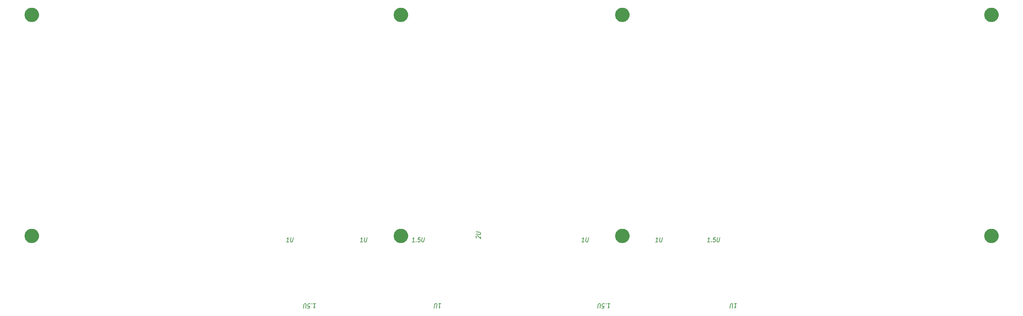
<source format=gts>
G04 #@! TF.GenerationSoftware,KiCad,Pcbnew,(5.1.5)-2*
G04 #@! TF.CreationDate,2020-11-13T23:18:45+09:00*
G04 #@! TF.ProjectId,astra515_swplate,61737472-6135-4313-955f-7377706c6174,rev?*
G04 #@! TF.SameCoordinates,Original*
G04 #@! TF.FileFunction,Soldermask,Top*
G04 #@! TF.FilePolarity,Negative*
%FSLAX46Y46*%
G04 Gerber Fmt 4.6, Leading zero omitted, Abs format (unit mm)*
G04 Created by KiCad (PCBNEW (5.1.5)-2) date 2020-11-13 23:18:45*
%MOMM*%
%LPD*%
G04 APERTURE LIST*
%ADD10C,0.150000*%
%ADD11C,0.100000*%
G04 APERTURE END LIST*
D10*
X185893142Y-152937354D02*
X185836000Y-152882592D01*
X185778857Y-152780211D01*
X185778857Y-152542116D01*
X185836000Y-152454020D01*
X185893142Y-152413544D01*
X186007428Y-152380211D01*
X186121714Y-152394497D01*
X186293142Y-152463544D01*
X186978857Y-153120687D01*
X186978857Y-152501639D01*
X185778857Y-151923068D02*
X186750285Y-152044497D01*
X186864571Y-152011163D01*
X186921714Y-151970687D01*
X186978857Y-151882592D01*
X186978857Y-151692116D01*
X186921714Y-151589735D01*
X186864571Y-151534973D01*
X186750285Y-151473068D01*
X185778857Y-151351639D01*
X246072074Y-153958857D02*
X245500645Y-153958857D01*
X245786360Y-153958857D02*
X245936360Y-152758857D01*
X245819693Y-152930285D01*
X245710169Y-153044571D01*
X245607788Y-153101714D01*
X246514931Y-153844571D02*
X246555407Y-153901714D01*
X246500645Y-153958857D01*
X246460169Y-153901714D01*
X246514931Y-153844571D01*
X246500645Y-153958857D01*
X247603026Y-152758857D02*
X247126836Y-152758857D01*
X247007788Y-153330285D01*
X247062550Y-153273142D01*
X247164931Y-153216000D01*
X247403026Y-153216000D01*
X247491122Y-153273142D01*
X247531598Y-153330285D01*
X247564931Y-153444571D01*
X247529217Y-153730285D01*
X247467312Y-153844571D01*
X247412550Y-153901714D01*
X247310169Y-153958857D01*
X247072074Y-153958857D01*
X246983979Y-153901714D01*
X246943502Y-153844571D01*
X248079217Y-152758857D02*
X247957788Y-153730285D01*
X247991122Y-153844571D01*
X248031598Y-153901714D01*
X248119693Y-153958857D01*
X248310169Y-153958857D01*
X248412550Y-153901714D01*
X248467312Y-153844571D01*
X248529217Y-153730285D01*
X248650645Y-152758857D01*
X219763925Y-169891142D02*
X220335354Y-169891142D01*
X220049639Y-169891142D02*
X219899639Y-171091142D01*
X220016306Y-170919714D01*
X220125830Y-170805428D01*
X220228211Y-170748285D01*
X219321068Y-170005428D02*
X219280592Y-169948285D01*
X219335354Y-169891142D01*
X219375830Y-169948285D01*
X219321068Y-170005428D01*
X219335354Y-169891142D01*
X218232973Y-171091142D02*
X218709163Y-171091142D01*
X218828211Y-170519714D01*
X218773449Y-170576857D01*
X218671068Y-170634000D01*
X218432973Y-170634000D01*
X218344877Y-170576857D01*
X218304401Y-170519714D01*
X218271068Y-170405428D01*
X218306782Y-170119714D01*
X218368687Y-170005428D01*
X218423449Y-169948285D01*
X218525830Y-169891142D01*
X218763925Y-169891142D01*
X218852020Y-169948285D01*
X218892497Y-170005428D01*
X217756782Y-171091142D02*
X217878211Y-170119714D01*
X217844877Y-170005428D01*
X217804401Y-169948285D01*
X217716306Y-169891142D01*
X217525830Y-169891142D01*
X217423449Y-169948285D01*
X217368687Y-170005428D01*
X217306782Y-170119714D01*
X217185354Y-171091142D01*
X169872074Y-153958857D02*
X169300645Y-153958857D01*
X169586360Y-153958857D02*
X169736360Y-152758857D01*
X169619693Y-152930285D01*
X169510169Y-153044571D01*
X169407788Y-153101714D01*
X170314931Y-153844571D02*
X170355407Y-153901714D01*
X170300645Y-153958857D01*
X170260169Y-153901714D01*
X170314931Y-153844571D01*
X170300645Y-153958857D01*
X171403026Y-152758857D02*
X170926836Y-152758857D01*
X170807788Y-153330285D01*
X170862550Y-153273142D01*
X170964931Y-153216000D01*
X171203026Y-153216000D01*
X171291122Y-153273142D01*
X171331598Y-153330285D01*
X171364931Y-153444571D01*
X171329217Y-153730285D01*
X171267312Y-153844571D01*
X171212550Y-153901714D01*
X171110169Y-153958857D01*
X170872074Y-153958857D01*
X170783979Y-153901714D01*
X170743502Y-153844571D01*
X171879217Y-152758857D02*
X171757788Y-153730285D01*
X171791122Y-153844571D01*
X171831598Y-153901714D01*
X171919693Y-153958857D01*
X172110169Y-153958857D01*
X172212550Y-153901714D01*
X172267312Y-153844571D01*
X172329217Y-153730285D01*
X172450645Y-152758857D01*
X143817925Y-169891142D02*
X144389354Y-169891142D01*
X144103639Y-169891142D02*
X143953639Y-171091142D01*
X144070306Y-170919714D01*
X144179830Y-170805428D01*
X144282211Y-170748285D01*
X143375068Y-170005428D02*
X143334592Y-169948285D01*
X143389354Y-169891142D01*
X143429830Y-169948285D01*
X143375068Y-170005428D01*
X143389354Y-169891142D01*
X142286973Y-171091142D02*
X142763163Y-171091142D01*
X142882211Y-170519714D01*
X142827449Y-170576857D01*
X142725068Y-170634000D01*
X142486973Y-170634000D01*
X142398877Y-170576857D01*
X142358401Y-170519714D01*
X142325068Y-170405428D01*
X142360782Y-170119714D01*
X142422687Y-170005428D01*
X142477449Y-169948285D01*
X142579830Y-169891142D01*
X142817925Y-169891142D01*
X142906020Y-169948285D01*
X142946497Y-170005428D01*
X141810782Y-171091142D02*
X141932211Y-170119714D01*
X141898877Y-170005428D01*
X141858401Y-169948285D01*
X141770306Y-169891142D01*
X141579830Y-169891142D01*
X141477449Y-169948285D01*
X141422687Y-170005428D01*
X141360782Y-170119714D01*
X141239354Y-171091142D01*
X252450639Y-169891142D02*
X253022068Y-169891142D01*
X252736354Y-169891142D02*
X252586354Y-171091142D01*
X252703020Y-170919714D01*
X252812544Y-170805428D01*
X252914925Y-170748285D01*
X251872068Y-171091142D02*
X251993497Y-170119714D01*
X251960163Y-170005428D01*
X251919687Y-169948285D01*
X251831592Y-169891142D01*
X251641116Y-169891142D01*
X251538735Y-169948285D01*
X251483973Y-170005428D01*
X251422068Y-170119714D01*
X251300639Y-171091142D01*
X232689360Y-153958857D02*
X232117931Y-153958857D01*
X232403645Y-153958857D02*
X232553645Y-152758857D01*
X232436979Y-152930285D01*
X232327455Y-153044571D01*
X232225074Y-153101714D01*
X233267931Y-152758857D02*
X233146502Y-153730285D01*
X233179836Y-153844571D01*
X233220312Y-153901714D01*
X233308407Y-153958857D01*
X233498883Y-153958857D01*
X233601264Y-153901714D01*
X233656026Y-153844571D01*
X233717931Y-153730285D01*
X233839360Y-152758857D01*
X213639360Y-153958857D02*
X213067931Y-153958857D01*
X213353645Y-153958857D02*
X213503645Y-152758857D01*
X213386979Y-152930285D01*
X213277455Y-153044571D01*
X213175074Y-153101714D01*
X214217931Y-152758857D02*
X214096502Y-153730285D01*
X214129836Y-153844571D01*
X214170312Y-153901714D01*
X214258407Y-153958857D01*
X214448883Y-153958857D01*
X214551264Y-153901714D01*
X214606026Y-153844571D01*
X214667931Y-153730285D01*
X214789360Y-152758857D01*
X176123639Y-169891142D02*
X176695068Y-169891142D01*
X176409354Y-169891142D02*
X176259354Y-171091142D01*
X176376020Y-170919714D01*
X176485544Y-170805428D01*
X176587925Y-170748285D01*
X175545068Y-171091142D02*
X175666497Y-170119714D01*
X175633163Y-170005428D01*
X175592687Y-169948285D01*
X175504592Y-169891142D01*
X175314116Y-169891142D01*
X175211735Y-169948285D01*
X175156973Y-170005428D01*
X175095068Y-170119714D01*
X174973639Y-171091142D01*
X156489360Y-153958857D02*
X155917931Y-153958857D01*
X156203645Y-153958857D02*
X156353645Y-152758857D01*
X156236979Y-152930285D01*
X156127455Y-153044571D01*
X156025074Y-153101714D01*
X157067931Y-152758857D02*
X156946502Y-153730285D01*
X156979836Y-153844571D01*
X157020312Y-153901714D01*
X157108407Y-153958857D01*
X157298883Y-153958857D01*
X157401264Y-153901714D01*
X157456026Y-153844571D01*
X157517931Y-153730285D01*
X157639360Y-152758857D01*
X137439360Y-153958857D02*
X136867931Y-153958857D01*
X137153645Y-153958857D02*
X137303645Y-152758857D01*
X137186979Y-152930285D01*
X137077455Y-153044571D01*
X136975074Y-153101714D01*
X138017931Y-152758857D02*
X137896502Y-153730285D01*
X137929836Y-153844571D01*
X137970312Y-153901714D01*
X138058407Y-153958857D01*
X138248883Y-153958857D01*
X138351264Y-153901714D01*
X138406026Y-153844571D01*
X138467931Y-153730285D01*
X138589360Y-152758857D01*
D11*
G36*
X319131112Y-150584566D02*
G01*
X319309917Y-150620133D01*
X319449448Y-150677929D01*
X319646776Y-150759664D01*
X319949943Y-150962234D01*
X320207766Y-151220057D01*
X320410336Y-151523224D01*
X320549867Y-151860084D01*
X320621000Y-152217691D01*
X320621000Y-152582309D01*
X320549867Y-152939916D01*
X320410336Y-153276776D01*
X320207766Y-153579943D01*
X319949943Y-153837766D01*
X319646776Y-154040336D01*
X319449448Y-154122071D01*
X319309917Y-154179867D01*
X319131112Y-154215434D01*
X318952309Y-154251000D01*
X318587691Y-154251000D01*
X318408887Y-154215433D01*
X318230083Y-154179867D01*
X318090552Y-154122071D01*
X317893224Y-154040336D01*
X317590057Y-153837766D01*
X317332234Y-153579943D01*
X317129664Y-153276776D01*
X316990133Y-152939916D01*
X316919000Y-152582309D01*
X316919000Y-152217691D01*
X316990133Y-151860084D01*
X317129664Y-151523224D01*
X317332234Y-151220057D01*
X317590057Y-150962234D01*
X317893224Y-150759664D01*
X318090552Y-150677929D01*
X318230083Y-150620133D01*
X318408888Y-150584566D01*
X318587691Y-150549000D01*
X318952309Y-150549000D01*
X319131112Y-150584566D01*
G37*
G36*
X223881112Y-150584566D02*
G01*
X224059917Y-150620133D01*
X224199448Y-150677929D01*
X224396776Y-150759664D01*
X224699943Y-150962234D01*
X224957766Y-151220057D01*
X225160336Y-151523224D01*
X225299867Y-151860084D01*
X225371000Y-152217691D01*
X225371000Y-152582309D01*
X225299867Y-152939916D01*
X225160336Y-153276776D01*
X224957766Y-153579943D01*
X224699943Y-153837766D01*
X224396776Y-154040336D01*
X224199448Y-154122071D01*
X224059917Y-154179867D01*
X223881113Y-154215433D01*
X223702309Y-154251000D01*
X223337691Y-154251000D01*
X223158887Y-154215433D01*
X222980083Y-154179867D01*
X222840552Y-154122071D01*
X222643224Y-154040336D01*
X222340057Y-153837766D01*
X222082234Y-153579943D01*
X221879664Y-153276776D01*
X221740133Y-152939916D01*
X221669000Y-152582309D01*
X221669000Y-152217691D01*
X221740133Y-151860084D01*
X221879664Y-151523224D01*
X222082234Y-151220057D01*
X222340057Y-150962234D01*
X222643224Y-150759664D01*
X222840552Y-150677929D01*
X222980083Y-150620133D01*
X223158888Y-150584566D01*
X223337691Y-150549000D01*
X223702309Y-150549000D01*
X223881112Y-150584566D01*
G37*
G36*
X166731112Y-150584566D02*
G01*
X166909917Y-150620133D01*
X167049448Y-150677929D01*
X167246776Y-150759664D01*
X167549943Y-150962234D01*
X167807766Y-151220057D01*
X168010336Y-151523224D01*
X168149867Y-151860084D01*
X168221000Y-152217691D01*
X168221000Y-152582309D01*
X168149867Y-152939916D01*
X168010336Y-153276776D01*
X167807766Y-153579943D01*
X167549943Y-153837766D01*
X167246776Y-154040336D01*
X167049448Y-154122071D01*
X166909917Y-154179867D01*
X166731113Y-154215433D01*
X166552309Y-154251000D01*
X166187691Y-154251000D01*
X166008887Y-154215433D01*
X165830083Y-154179867D01*
X165690552Y-154122071D01*
X165493224Y-154040336D01*
X165190057Y-153837766D01*
X164932234Y-153579943D01*
X164729664Y-153276776D01*
X164590133Y-152939916D01*
X164519000Y-152582309D01*
X164519000Y-152217691D01*
X164590133Y-151860084D01*
X164729664Y-151523224D01*
X164932234Y-151220057D01*
X165190057Y-150962234D01*
X165493224Y-150759664D01*
X165690552Y-150677929D01*
X165830083Y-150620133D01*
X166008888Y-150584566D01*
X166187691Y-150549000D01*
X166552309Y-150549000D01*
X166731112Y-150584566D01*
G37*
G36*
X71481112Y-150584566D02*
G01*
X71659917Y-150620133D01*
X71799448Y-150677929D01*
X71996776Y-150759664D01*
X72299943Y-150962234D01*
X72557766Y-151220057D01*
X72760336Y-151523224D01*
X72899867Y-151860084D01*
X72971000Y-152217691D01*
X72971000Y-152582309D01*
X72899867Y-152939916D01*
X72760336Y-153276776D01*
X72557766Y-153579943D01*
X72299943Y-153837766D01*
X71996776Y-154040336D01*
X71799448Y-154122071D01*
X71659917Y-154179867D01*
X71481113Y-154215433D01*
X71302309Y-154251000D01*
X70937691Y-154251000D01*
X70758887Y-154215433D01*
X70580083Y-154179867D01*
X70440552Y-154122071D01*
X70243224Y-154040336D01*
X69940057Y-153837766D01*
X69682234Y-153579943D01*
X69479664Y-153276776D01*
X69340133Y-152939916D01*
X69269000Y-152582309D01*
X69269000Y-152217691D01*
X69340133Y-151860084D01*
X69479664Y-151523224D01*
X69682234Y-151220057D01*
X69940057Y-150962234D01*
X70243224Y-150759664D01*
X70440552Y-150677929D01*
X70580083Y-150620133D01*
X70758888Y-150584566D01*
X70937691Y-150549000D01*
X71302309Y-150549000D01*
X71481112Y-150584566D01*
G37*
G36*
X319131113Y-93434567D02*
G01*
X319309917Y-93470133D01*
X319449448Y-93527929D01*
X319646776Y-93609664D01*
X319949943Y-93812234D01*
X320207766Y-94070057D01*
X320410336Y-94373224D01*
X320549867Y-94710084D01*
X320621000Y-95067691D01*
X320621000Y-95432309D01*
X320549867Y-95789916D01*
X320410336Y-96126776D01*
X320207766Y-96429943D01*
X319949943Y-96687766D01*
X319646776Y-96890336D01*
X319449448Y-96972071D01*
X319309917Y-97029867D01*
X319131113Y-97065433D01*
X318952309Y-97101000D01*
X318587691Y-97101000D01*
X318408887Y-97065433D01*
X318230083Y-97029867D01*
X318090552Y-96972071D01*
X317893224Y-96890336D01*
X317590057Y-96687766D01*
X317332234Y-96429943D01*
X317129664Y-96126776D01*
X316990133Y-95789916D01*
X316919000Y-95432309D01*
X316919000Y-95067691D01*
X316990133Y-94710084D01*
X317129664Y-94373224D01*
X317332234Y-94070057D01*
X317590057Y-93812234D01*
X317893224Y-93609664D01*
X318090552Y-93527929D01*
X318230083Y-93470133D01*
X318408888Y-93434566D01*
X318587691Y-93399000D01*
X318952309Y-93399000D01*
X319131113Y-93434567D01*
G37*
G36*
X223881113Y-93434567D02*
G01*
X224059917Y-93470133D01*
X224199448Y-93527929D01*
X224396776Y-93609664D01*
X224699943Y-93812234D01*
X224957766Y-94070057D01*
X225160336Y-94373224D01*
X225299867Y-94710084D01*
X225371000Y-95067691D01*
X225371000Y-95432309D01*
X225299867Y-95789916D01*
X225160336Y-96126776D01*
X224957766Y-96429943D01*
X224699943Y-96687766D01*
X224396776Y-96890336D01*
X224199448Y-96972071D01*
X224059917Y-97029867D01*
X223881113Y-97065433D01*
X223702309Y-97101000D01*
X223337691Y-97101000D01*
X223158887Y-97065433D01*
X222980083Y-97029867D01*
X222840552Y-96972071D01*
X222643224Y-96890336D01*
X222340057Y-96687766D01*
X222082234Y-96429943D01*
X221879664Y-96126776D01*
X221740133Y-95789916D01*
X221669000Y-95432309D01*
X221669000Y-95067691D01*
X221740133Y-94710084D01*
X221879664Y-94373224D01*
X222082234Y-94070057D01*
X222340057Y-93812234D01*
X222643224Y-93609664D01*
X222840552Y-93527929D01*
X222980083Y-93470133D01*
X223158888Y-93434566D01*
X223337691Y-93399000D01*
X223702309Y-93399000D01*
X223881113Y-93434567D01*
G37*
G36*
X166731113Y-93434567D02*
G01*
X166909917Y-93470133D01*
X167049448Y-93527929D01*
X167246776Y-93609664D01*
X167549943Y-93812234D01*
X167807766Y-94070057D01*
X168010336Y-94373224D01*
X168149867Y-94710084D01*
X168221000Y-95067691D01*
X168221000Y-95432309D01*
X168149867Y-95789916D01*
X168010336Y-96126776D01*
X167807766Y-96429943D01*
X167549943Y-96687766D01*
X167246776Y-96890336D01*
X167049448Y-96972071D01*
X166909917Y-97029867D01*
X166731113Y-97065433D01*
X166552309Y-97101000D01*
X166187691Y-97101000D01*
X166008887Y-97065433D01*
X165830083Y-97029867D01*
X165690552Y-96972071D01*
X165493224Y-96890336D01*
X165190057Y-96687766D01*
X164932234Y-96429943D01*
X164729664Y-96126776D01*
X164590133Y-95789916D01*
X164519000Y-95432309D01*
X164519000Y-95067691D01*
X164590133Y-94710084D01*
X164729664Y-94373224D01*
X164932234Y-94070057D01*
X165190057Y-93812234D01*
X165493224Y-93609664D01*
X165690552Y-93527929D01*
X165830083Y-93470133D01*
X166008888Y-93434566D01*
X166187691Y-93399000D01*
X166552309Y-93399000D01*
X166731113Y-93434567D01*
G37*
G36*
X71481113Y-93434567D02*
G01*
X71659917Y-93470133D01*
X71799448Y-93527929D01*
X71996776Y-93609664D01*
X72299943Y-93812234D01*
X72557766Y-94070057D01*
X72760336Y-94373224D01*
X72899867Y-94710084D01*
X72971000Y-95067691D01*
X72971000Y-95432309D01*
X72899867Y-95789916D01*
X72760336Y-96126776D01*
X72557766Y-96429943D01*
X72299943Y-96687766D01*
X71996776Y-96890336D01*
X71799448Y-96972071D01*
X71659917Y-97029867D01*
X71481113Y-97065433D01*
X71302309Y-97101000D01*
X70937691Y-97101000D01*
X70758887Y-97065433D01*
X70580083Y-97029867D01*
X70440552Y-96972071D01*
X70243224Y-96890336D01*
X69940057Y-96687766D01*
X69682234Y-96429943D01*
X69479664Y-96126776D01*
X69340133Y-95789916D01*
X69269000Y-95432309D01*
X69269000Y-95067691D01*
X69340133Y-94710084D01*
X69479664Y-94373224D01*
X69682234Y-94070057D01*
X69940057Y-93812234D01*
X70243224Y-93609664D01*
X70440552Y-93527929D01*
X70580083Y-93470133D01*
X70758888Y-93434566D01*
X70937691Y-93399000D01*
X71302309Y-93399000D01*
X71481113Y-93434567D01*
G37*
M02*

</source>
